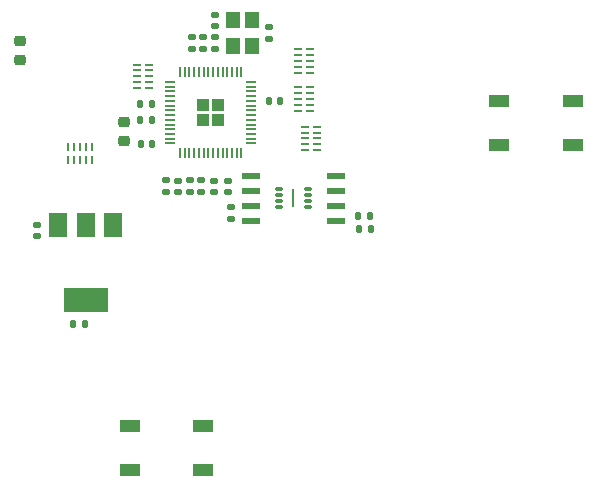
<source format=gbr>
%TF.GenerationSoftware,KiCad,Pcbnew,7.0.9*%
%TF.CreationDate,2024-02-22T06:25:05-07:00*%
%TF.ProjectId,genesis-6_controller_pcb,67656e65-7369-4732-9d36-5f636f6e7472,4a*%
%TF.SameCoordinates,Original*%
%TF.FileFunction,Paste,Top*%
%TF.FilePolarity,Positive*%
%FSLAX46Y46*%
G04 Gerber Fmt 4.6, Leading zero omitted, Abs format (unit mm)*
G04 Created by KiCad (PCBNEW 7.0.9) date 2024-02-22 06:25:05*
%MOMM*%
%LPD*%
G01*
G04 APERTURE LIST*
G04 Aperture macros list*
%AMRoundRect*
0 Rectangle with rounded corners*
0 $1 Rounding radius*
0 $2 $3 $4 $5 $6 $7 $8 $9 X,Y pos of 4 corners*
0 Add a 4 corners polygon primitive as box body*
4,1,4,$2,$3,$4,$5,$6,$7,$8,$9,$2,$3,0*
0 Add four circle primitives for the rounded corners*
1,1,$1+$1,$2,$3*
1,1,$1+$1,$4,$5*
1,1,$1+$1,$6,$7*
1,1,$1+$1,$8,$9*
0 Add four rect primitives between the rounded corners*
20,1,$1+$1,$2,$3,$4,$5,0*
20,1,$1+$1,$4,$5,$6,$7,0*
20,1,$1+$1,$6,$7,$8,$9,0*
20,1,$1+$1,$8,$9,$2,$3,0*%
G04 Aperture macros list end*
%ADD10R,1.500000X2.000000*%
%ADD11R,3.800000X2.000000*%
%ADD12RoundRect,0.140000X0.140000X0.170000X-0.140000X0.170000X-0.140000X-0.170000X0.140000X-0.170000X0*%
%ADD13RoundRect,0.140000X0.170000X-0.140000X0.170000X0.140000X-0.170000X0.140000X-0.170000X-0.140000X0*%
%ADD14O,0.700000X0.200000*%
%ADD15R,1.800000X1.100000*%
%ADD16RoundRect,0.135000X0.185000X-0.135000X0.185000X0.135000X-0.185000X0.135000X-0.185000X-0.135000X0*%
%ADD17RoundRect,0.135000X-0.135000X-0.185000X0.135000X-0.185000X0.135000X0.185000X-0.135000X0.185000X0*%
%ADD18RoundRect,0.140000X-0.140000X-0.170000X0.140000X-0.170000X0.140000X0.170000X-0.140000X0.170000X0*%
%ADD19RoundRect,0.140000X-0.170000X0.140000X-0.170000X-0.140000X0.170000X-0.140000X0.170000X0.140000X0*%
%ADD20O,0.200000X0.700000*%
%ADD21RoundRect,0.135000X0.135000X0.185000X-0.135000X0.185000X-0.135000X-0.185000X0.135000X-0.185000X0*%
%ADD22RoundRect,0.218750X0.256250X-0.218750X0.256250X0.218750X-0.256250X0.218750X-0.256250X-0.218750X0*%
%ADD23R,1.610000X0.580000*%
%ADD24RoundRect,0.075000X0.225000X0.075000X-0.225000X0.075000X-0.225000X-0.075000X0.225000X-0.075000X0*%
%ADD25RoundRect,0.050000X0.050000X0.700000X-0.050000X0.700000X-0.050000X-0.700000X0.050000X-0.700000X0*%
%ADD26R,1.150000X1.400000*%
%ADD27RoundRect,0.250000X0.292217X0.292217X-0.292217X0.292217X-0.292217X-0.292217X0.292217X-0.292217X0*%
%ADD28RoundRect,0.050000X0.387500X0.050000X-0.387500X0.050000X-0.387500X-0.050000X0.387500X-0.050000X0*%
%ADD29RoundRect,0.050000X0.050000X0.387500X-0.050000X0.387500X-0.050000X-0.387500X0.050000X-0.387500X0*%
G04 APERTURE END LIST*
D10*
%TO.C,U3*%
X144000000Y-119950000D03*
X141700000Y-119950000D03*
D11*
X141700000Y-126250000D03*
D10*
X139400000Y-119950000D03*
%TD*%
D12*
%TO.C,C11*%
X147295396Y-109689604D03*
X146335396Y-109689604D03*
%TD*%
D13*
%TO.C,C5*%
X154030000Y-119400000D03*
X154030000Y-118440000D03*
%TD*%
D14*
%TO.C,U5*%
X147065396Y-108339604D03*
X147065396Y-107839604D03*
X147065396Y-107339604D03*
X147065396Y-106839604D03*
X147065396Y-106339604D03*
X146015396Y-106339604D03*
X146015396Y-106839604D03*
X146015396Y-107339604D03*
X146015396Y-107839604D03*
X146015396Y-108339604D03*
%TD*%
%TO.C,U2*%
X161309891Y-113602551D03*
X161309891Y-113102551D03*
X161309891Y-112602551D03*
X161309891Y-112102551D03*
X161309891Y-111602551D03*
X160259891Y-111602551D03*
X160259891Y-112102551D03*
X160259891Y-112602551D03*
X160259891Y-113102551D03*
X160259891Y-113602551D03*
%TD*%
D15*
%TO.C,SW13*%
X176740000Y-109420000D03*
X182940000Y-109420000D03*
X176740000Y-113120000D03*
X182940000Y-113120000D03*
%TD*%
D16*
%TO.C,R5*%
X152675396Y-105029604D03*
X152675396Y-104009604D03*
%TD*%
D17*
%TO.C,R8*%
X146315396Y-111029604D03*
X147335396Y-111029604D03*
%TD*%
D16*
%TO.C,R7*%
X150495396Y-117169099D03*
X150495396Y-116149099D03*
%TD*%
D12*
%TO.C,C9*%
X147305396Y-113039604D03*
X146345396Y-113039604D03*
%TD*%
D15*
%TO.C,SW5*%
X145420000Y-136960000D03*
X151620000Y-136960000D03*
X145420000Y-140660000D03*
X151620000Y-140660000D03*
%TD*%
D18*
%TO.C,C12*%
X157205396Y-109419604D03*
X158165396Y-109419604D03*
%TD*%
D12*
%TO.C,C2*%
X141605000Y-128270000D03*
X140645000Y-128270000D03*
%TD*%
D19*
%TO.C,C13*%
X152605396Y-116169604D03*
X152605396Y-117129604D03*
%TD*%
D20*
%TO.C,U6*%
X142225000Y-113350000D03*
X141725000Y-113350000D03*
X141225000Y-113350000D03*
X140725000Y-113350000D03*
X140225000Y-113350000D03*
X140225000Y-114400000D03*
X140725000Y-114400000D03*
X141225000Y-114400000D03*
X141725000Y-114400000D03*
X142225000Y-114400000D03*
%TD*%
D21*
%TO.C,R4*%
X165840000Y-120290000D03*
X164820000Y-120290000D03*
%TD*%
D14*
%TO.C,U1*%
X160710396Y-110259604D03*
X160710396Y-109759604D03*
X160710396Y-109259604D03*
X160710396Y-108759604D03*
X160710396Y-108259604D03*
X159660396Y-108259604D03*
X159660396Y-108759604D03*
X159660396Y-109259604D03*
X159660396Y-109759604D03*
X159660396Y-110259604D03*
%TD*%
D16*
%TO.C,R6*%
X151495396Y-117169099D03*
X151495396Y-116149099D03*
%TD*%
D19*
%TO.C,C10*%
X148525396Y-116149604D03*
X148525396Y-117109604D03*
%TD*%
D22*
%TO.C,D2*%
X144987179Y-112784604D03*
X144987179Y-111209604D03*
%TD*%
%TO.C,D1*%
X136129891Y-105960051D03*
X136129891Y-104385051D03*
%TD*%
D19*
%TO.C,C3*%
X152675396Y-102120000D03*
X152675396Y-103080000D03*
%TD*%
D23*
%TO.C,FLASH1*%
X162890000Y-119565000D03*
D24*
X160485000Y-118410000D03*
D23*
X162890000Y-118295000D03*
D24*
X160485000Y-117910000D03*
D23*
X162890000Y-117025000D03*
D24*
X160485000Y-117410000D03*
D23*
X162890000Y-115755000D03*
D24*
X160485000Y-116910000D03*
D25*
X159285000Y-117660000D03*
D24*
X158085000Y-116910000D03*
D23*
X155680000Y-115755000D03*
D24*
X158085000Y-117410000D03*
D23*
X155680000Y-117025000D03*
D24*
X158085000Y-117910000D03*
D23*
X155680000Y-118295000D03*
D24*
X158085000Y-118410000D03*
D23*
X155680000Y-119565000D03*
%TD*%
D26*
%TO.C,Y1*%
X154150000Y-102575000D03*
X154150000Y-104775000D03*
X155750000Y-104775000D03*
X155750000Y-102575000D03*
%TD*%
D13*
%TO.C,C14*%
X151665396Y-104999604D03*
X151665396Y-104039604D03*
%TD*%
D19*
%TO.C,C4*%
X157250000Y-103195000D03*
X157250000Y-104155000D03*
%TD*%
D27*
%TO.C,U4*%
X152927896Y-111061599D03*
X152927896Y-109786599D03*
X151652896Y-111061599D03*
X151652896Y-109786599D03*
D28*
X155727896Y-113024099D03*
X155727896Y-112624099D03*
X155727896Y-112224099D03*
X155727896Y-111824099D03*
X155727896Y-111424099D03*
X155727896Y-111024099D03*
X155727896Y-110624099D03*
X155727896Y-110224099D03*
X155727896Y-109824099D03*
X155727896Y-109424099D03*
X155727896Y-109024099D03*
X155727896Y-108624099D03*
X155727896Y-108224099D03*
X155727896Y-107824099D03*
D29*
X154890396Y-106986599D03*
X154490396Y-106986599D03*
X154090396Y-106986599D03*
X153690396Y-106986599D03*
X153290396Y-106986599D03*
X152890396Y-106986599D03*
X152490396Y-106986599D03*
X152090396Y-106986599D03*
X151690396Y-106986599D03*
X151290396Y-106986599D03*
X150890396Y-106986599D03*
X150490396Y-106986599D03*
X150090396Y-106986599D03*
X149690396Y-106986599D03*
D28*
X148852896Y-107824099D03*
X148852896Y-108224099D03*
X148852896Y-108624099D03*
X148852896Y-109024099D03*
X148852896Y-109424099D03*
X148852896Y-109824099D03*
X148852896Y-110224099D03*
X148852896Y-110624099D03*
X148852896Y-111024099D03*
X148852896Y-111424099D03*
X148852896Y-111824099D03*
X148852896Y-112224099D03*
X148852896Y-112624099D03*
X148852896Y-113024099D03*
D29*
X149690396Y-113861599D03*
X150090396Y-113861599D03*
X150490396Y-113861599D03*
X150890396Y-113861599D03*
X151290396Y-113861599D03*
X151690396Y-113861599D03*
X152090396Y-113861599D03*
X152490396Y-113861599D03*
X152890396Y-113861599D03*
X153290396Y-113861599D03*
X153690396Y-113861599D03*
X154090396Y-113861599D03*
X154490396Y-113861599D03*
X154890396Y-113861599D03*
%TD*%
D19*
%TO.C,C8*%
X149505396Y-116179604D03*
X149505396Y-117139604D03*
%TD*%
%TO.C,C1*%
X137600000Y-119920000D03*
X137600000Y-120880000D03*
%TD*%
D14*
%TO.C,U7*%
X160710396Y-107059604D03*
X160710396Y-106559604D03*
X160710396Y-106059604D03*
X160710396Y-105559604D03*
X160710396Y-105059604D03*
X159660396Y-105059604D03*
X159660396Y-105559604D03*
X159660396Y-106059604D03*
X159660396Y-106559604D03*
X159660396Y-107059604D03*
%TD*%
D17*
%TO.C,R3*%
X164790000Y-119140000D03*
X165810000Y-119140000D03*
%TD*%
D19*
%TO.C,C7*%
X153715396Y-116179604D03*
X153715396Y-117139604D03*
%TD*%
D13*
%TO.C,C6*%
X150675396Y-104999604D03*
X150675396Y-104039604D03*
%TD*%
M02*

</source>
